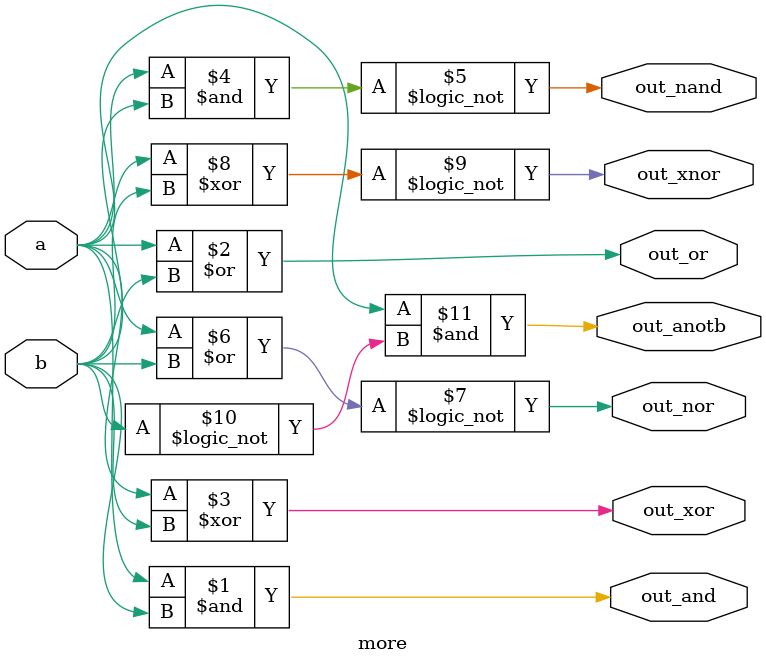
<source format=v>
module more(

    input a, b,
    output out_and,
    output out_or,
    output out_xor,
    output out_nand,
    output out_nor,
    output out_xnor,
    output out_anotb


);

    assign out_and   = a & b;
    assign out_or    = a | b;
    assign out_xor   = a ^ b;
    assign out_nand  = !(a & b);
    assign out_nor   = !(a | b);
    assign out_xnor  = !(a ^ b);
    assign out_anotb = a & (!b);

endmodule
</source>
